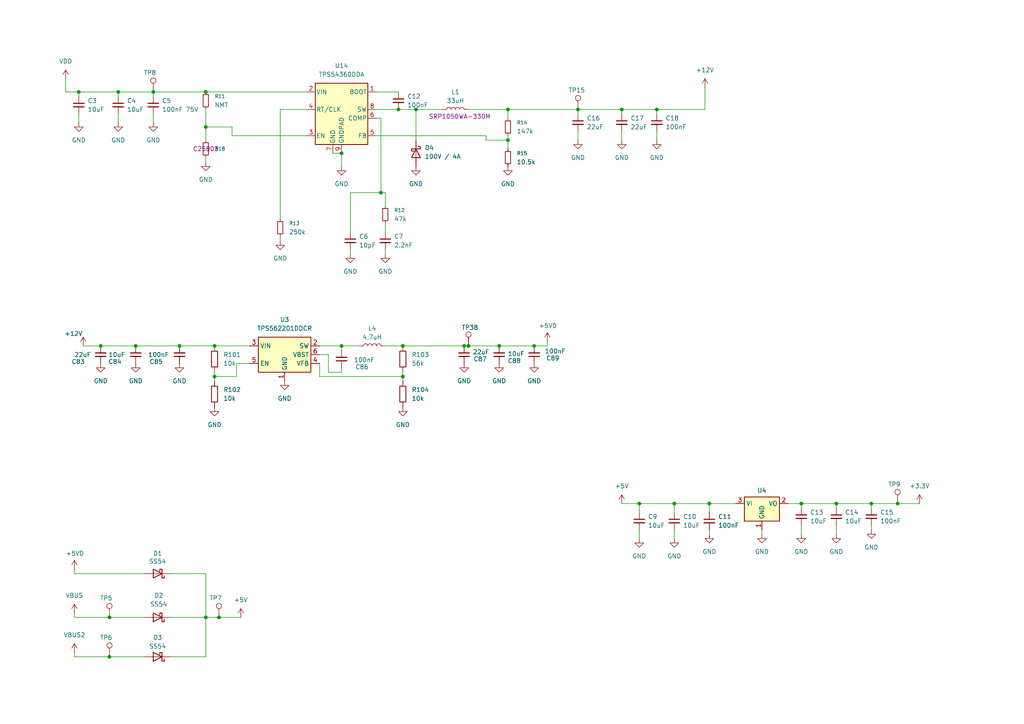
<source format=kicad_sch>
(kicad_sch (version 20250114) (generator "eeschema") (generator_version "9.0")
  (paper "A4")
  (lib_symbols
    (symbol "Connector:TestPoint" (pin_numbers (hide yes)) (pin_names (offset 0.762) (hide yes))
      (property "Reference" "TP" (at 0 6.858 0))
      (property "Value" "TestPoint" (at 0 5.08 0))
      (symbol "TestPoint_0_1"
        (circle (center 0 3.302) (radius 0.762))
      )
      (symbol "TestPoint_1_1"
        (pin passive line (at 0 0 90) (length 2.54) (name "1") (number "1"))
      )
    )
    (symbol "Device:C_Small" (pin_numbers (hide yes)) (pin_names (offset 0.254) (hide yes))
      (property "Reference" "C" (at 0.254 1.778 0))
      (property "Value" "C_Small" (at 0.254 -2.032 0))
      (symbol "C_Small_0_1"
        (polyline (pts (xy -1.524 0.508) (xy 1.524 0.508)) (stroke (width 0.3048)))
        (polyline (pts (xy -1.524 -0.508) (xy 1.524 -0.508)) (stroke (width 0.3302)))
      )
      (symbol "C_Small_1_1"
        (pin passive line (at 0 2.54 270) (length 2.032) (name "~") (number "1"))
        (pin passive line (at 0 -2.54 90) (length 2.032) (name "~") (number "2"))
      )
    )
    (symbol "Device:D_Schottky" (pin_numbers (hide yes)) (pin_names (offset 1.016) (hide yes))
      (property "Reference" "D" (at 0 2.54 0))
      (property "Value" "D_Schottky" (at 0 -2.54 0))
      (symbol "D_Schottky_0_1"
        (polyline (pts (xy -1.905 0.635) (xy -1.905 1.27) (xy -1.27 1.27) (xy -1.27 -1.27) (xy -0.635 -1.27) (xy -0.635 -0.635)) (stroke (width 0.254)))
        (polyline (pts (xy 1.27 1.27) (xy 1.27 -1.27) (xy -1.27 0) (xy 1.27 1.27)) (stroke (width 0.254)))
        (polyline (pts (xy 1.27 0) (xy -1.27 0)))
      )
      (symbol "D_Schottky_1_1"
        (pin passive line (at -3.81 0 0) (length 2.54) (name "K") (number "1"))
        (pin passive line (at 3.81 0 180) (length 2.54) (name "A") (number "2"))
      )
    )
    (symbol "Device:L" (pin_numbers (hide yes)) (pin_names (offset 1.016) (hide yes))
      (property "Reference" "L" (at -1.27 0 90))
      (property "Value" "L" (at 1.905 0 90))
      (symbol "L_0_1"
        (arc (start 0 2.54) (mid 0.6323 1.905) (end 0 1.27))
        (arc (start 0 1.27) (mid 0.6323 0.635) (end 0 0))
        (arc (start 0 0) (mid 0.6323 -0.635) (end 0 -1.27))
        (arc (start 0 -1.27) (mid 0.6323 -1.905) (end 0 -2.54))
      )
      (symbol "L_1_1"
        (pin passive line (at 0 3.81 270) (length 1.27) (name "1") (number "1"))
        (pin passive line (at 0 -3.81 90) (length 1.27) (name "2") (number "2"))
      )
    )
    (symbol "Device:R_Small" (pin_numbers (hide yes)) (pin_names (offset 0.254) (hide yes))
      (property "Reference" "R" (at 0 0 90))
      (property "Value" "R_Small" (at 1.778 0 90))
      (symbol "R_Small_0_1"
        (rectangle (start -0.762 1.778) (end 0.762 -1.778) (stroke (width 0.2032)))
      )
      (symbol "R_Small_1_1"
        (pin passive line (at 0 2.54 270) (length 0.762) (name "~") (number "1"))
        (pin passive line (at 0 -2.54 90) (length 0.762) (name "~") (number "2"))
      )
    )
    (symbol "Diode:SS24" (pin_numbers (hide yes)) (pin_names (offset 1.016) (hide yes))
      (property "Reference" "D" (at 0 2.54 0))
      (property "Value" "SS24" (at 0 -2.54 0))
      (symbol "SS24_0_1"
        (polyline (pts (xy -1.905 0.635) (xy -1.905 1.27) (xy -1.27 1.27) (xy -1.27 -1.27) (xy -0.635 -1.27) (xy -0.635 -0.635)) (stroke (width 0.254)))
        (polyline (pts (xy 1.27 1.27) (xy 1.27 -1.27) (xy -1.27 0) (xy 1.27 1.27)) (stroke (width 0.254)))
        (polyline (pts (xy 1.27 0) (xy -1.27 0)))
      )
      (symbol "SS24_1_1"
        (pin passive line (at -3.81 0 0) (length 2.54) (name "K") (number "1"))
        (pin passive line (at 3.81 0 180) (length 2.54) (name "A") (number "2"))
      )
    )
    (symbol "PCM_4ms_Power-symbol:+12V" (power) (pin_names (offset 0))
      (property "Value" "+12V" (at 0 3.556 0))
      (symbol "+12V_0_1"
        (polyline (pts (xy -0.762 1.27) (xy 0 2.54)))
        (polyline (pts (xy 0 2.54) (xy 0.762 1.27)))
        (polyline (pts (xy 0 0) (xy 0 2.54)))
      )
      (symbol "+12V_1_1"
        (pin power_in line (at 0 0 90) (length 0) (hide yes) (name "+12V") (number "1"))
      )
    )
    (symbol "PCM_SL_Resistors:Resistor"
      (property "Reference" "R" (at 0 5.08 0))
      (property "Value" "Resistor" (at 0 2.54 0))
      (symbol "Resistor_0_1"
        (rectangle (start -2.286 0.889) (end 2.286 -0.889) (stroke (width 0.24)))
      )
      (symbol "Resistor_1_1"
        (pin passive line (at -3.81 0 0) (length 1.5) (name "") (number "1"))
        (pin passive line (at 3.81 0 180) (length 1.5) (name "~") (number "2"))
      )
    )
    (symbol "Regulator_Linear:AMS1117-3.3"
      (property "Reference" "U" (at -3.81 3.175 0))
      (property "Value" "AMS1117-3.3" (at 0 3.175 0))
      (symbol "AMS1117-3.3_0_1"
        (rectangle (start -5.08 -5.08) (end 5.08 1.905) (stroke (width 0.254)) (fill (type background)))
      )
      (symbol "AMS1117-3.3_1_1"
        (pin power_in line (at -7.62 0 0) (length 2.54) (name "VI") (number "3"))
        (pin power_in line (at 0 -7.62 90) (length 2.54) (name "GND") (number "1"))
        (pin power_out line (at 7.62 0 180) (length 2.54) (name "VO") (number "2"))
      )
    )
    (symbol "Regulator_Switching:TPS54360DDA" (pin_names (offset 0.254))
      (property "Reference" "U" (at -7.62 11.43 0))
      (property "Value" "TPS54360DDA" (at -7.62 8.89 0))
      (symbol "TPS54360DDA_0_1"
        (rectangle (start -7.62 7.62) (end 7.62 -10.16) (stroke (width 0.254)) (fill (type background)))
      )
      (symbol "TPS54360DDA_1_1"
        (pin power_in line (at -10.16 5.08 0) (length 2.54) (name "VIN") (number "2"))
        (pin input line (at -10.16 0 0) (length 2.54) (name "RT/CLK") (number "4"))
        (pin input line (at -10.16 -7.62 0) (length 2.54) (name "EN") (number "3"))
        (pin power_in line (at -2.54 -12.7 90) (length 2.54) (name "GND") (number "7"))
        (pin power_in line (at 0 -12.7 90) (length 2.54) (name "GNDPAD") (number "9"))
        (pin input line (at 10.16 5.08 180) (length 2.54) (name "BOOT") (number "1"))
        (pin output line (at 10.16 0 180) (length 2.54) (name "SW") (number "8"))
        (pin passive line (at 10.16 -2.54 180) (length 2.54) (name "COMP") (number "6"))
        (pin input line (at 10.16 -7.62 180) (length 2.54) (name "FB") (number "5"))
      )
    )
    (symbol "Regulator_Switching:TPS562200"
      (property "Reference" "U" (at -7.62 6.35 0))
      (property "Value" "TPS562200" (at -2.54 6.35 0))
      (symbol "TPS562200_0_1"
        (rectangle (start -7.62 5.08) (end 7.62 -5.08) (stroke (width 0.254)) (fill (type background)))
      )
      (symbol "TPS562200_1_1"
        (pin power_in line (at -10.16 2.54 0) (length 2.54) (name "VIN") (number "3"))
        (pin input line (at -10.16 -2.54 0) (length 2.54) (name "EN") (number "5"))
        (pin power_in line (at 0 -7.62 90) (length 2.54) (name "GND") (number "1"))
        (pin output line (at 10.16 2.54 180) (length 2.54) (name "SW") (number "2"))
        (pin passive line (at 10.16 0 180) (length 2.54) (name "VBST") (number "6"))
        (pin input line (at 10.16 -2.54 180) (length 2.54) (name "VFB") (number "4"))
      )
    )
    (symbol "power:+12V" (power) (pin_numbers (hide yes)) (pin_names (offset 0) (hide yes))
      (property "Value" "+12V" (at 0 3.556 0))
      (symbol "+12V_0_1"
        (polyline (pts (xy -0.762 1.27) (xy 0 2.54)))
        (polyline (pts (xy 0 2.54) (xy 0.762 1.27)))
        (polyline (pts (xy 0 0) (xy 0 2.54)))
      )
      (symbol "+12V_1_1"
        (pin power_in line (at 0 0 90) (length 0) (name "~") (number "1"))
      )
    )
    (symbol "power:+3.3V" (power) (pin_numbers (hide yes)) (pin_names (offset 0) (hide yes))
      (property "Value" "+3.3V" (at 0 3.556 0))
      (symbol "+3.3V_0_1"
        (polyline (pts (xy -0.762 1.27) (xy 0 2.54)))
        (polyline (pts (xy 0 2.54) (xy 0.762 1.27)))
        (polyline (pts (xy 0 0) (xy 0 2.54)))
      )
      (symbol "+3.3V_1_1"
        (pin power_in line (at 0 0 90) (length 0) (name "~") (number "1"))
      )
    )
    (symbol "power:+5V" (power) (pin_numbers (hide yes)) (pin_names (offset 0) (hide yes))
      (property "Value" "+5V" (at 0 3.556 0))
      (symbol "+5V_0_1"
        (polyline (pts (xy -0.762 1.27) (xy 0 2.54)))
        (polyline (pts (xy 0 2.54) (xy 0.762 1.27)))
        (polyline (pts (xy 0 0) (xy 0 2.54)))
      )
      (symbol "+5V_1_1"
        (pin power_in line (at 0 0 90) (length 0) (name "~") (number "1"))
      )
    )
    (symbol "power:+5VD" (power) (pin_numbers (hide yes)) (pin_names (offset 0) (hide yes))
      (property "Value" "+5VD" (at 0 3.556 0))
      (symbol "+5VD_0_1"
        (polyline (pts (xy -0.762 1.27) (xy 0 2.54)))
        (polyline (pts (xy 0 2.54) (xy 0.762 1.27)))
        (polyline (pts (xy 0 0) (xy 0 2.54)))
      )
      (symbol "+5VD_1_1"
        (pin power_in line (at 0 0 90) (length 0) (name "~") (number "1"))
      )
    )
    (symbol "power:GND" (power) (pin_numbers (hide yes)) (pin_names (offset 0) (hide yes))
      (property "Value" "GND" (at 0 -3.81 0))
      (symbol "GND_0_1"
        (polyline (pts (xy 0 0) (xy 0 -1.27) (xy 1.27 -1.27) (xy 0 -2.54) (xy -1.27 -1.27) (xy 0 -1.27)))
      )
      (symbol "GND_1_1"
        (pin power_in line (at 0 0 270) (length 0) (name "~") (number "1"))
      )
    )
    (symbol "power:VBUS" (power) (pin_numbers (hide yes)) (pin_names (offset 0) (hide yes))
      (property "Value" "VBUS" (at 0 3.556 0))
      (symbol "VBUS_0_1"
        (polyline (pts (xy -0.762 1.27) (xy 0 2.54)))
        (polyline (pts (xy 0 2.54) (xy 0.762 1.27)))
        (polyline (pts (xy 0 0) (xy 0 2.54)))
      )
      (symbol "VBUS_1_1"
        (pin power_in line (at 0 0 90) (length 0) (name "~") (number "1"))
      )
    )
    (symbol "power:VDD" (power) (pin_numbers (hide yes)) (pin_names (offset 0) (hide yes))
      (property "Value" "VDD" (at 0 3.556 0))
      (symbol "VDD_0_1"
        (polyline (pts (xy -0.762 1.27) (xy 0 2.54)))
        (polyline (pts (xy 0 2.54) (xy 0.762 1.27)))
        (polyline (pts (xy 0 0) (xy 0 2.54)))
      )
      (symbol "VDD_1_1"
        (pin power_in line (at 0 0 90) (length 0) (name "~") (number "1"))
      )
    )
  )
  (junction (at 22.86 26.67))
  (junction (at 167.64 31.75))
  (junction (at 116.84 109.22))
  (junction (at 190.5 31.75))
  (junction (at 52.07 100.33))
  (junction (at 180.34 31.75))
  (junction (at 135.89 100.33))
  (junction (at 185.42 146.05))
  (junction (at 147.32 40.64))
  (junction (at 110.49 55.88))
  (junction (at 252.73 146.05))
  (junction (at 147.32 31.75))
  (junction (at 120.65 31.75))
  (junction (at 34.29 26.67))
  (junction (at 195.58 146.05))
  (junction (at 116.84 100.33))
  (junction (at 59.69 26.67))
  (junction (at 205.74 146.05))
  (junction (at 154.94 100.33))
  (junction (at 62.23 109.22))
  (junction (at 59.69 179.07))
  (junction (at 29.21 100.33))
  (junction (at 232.41 146.05))
  (junction (at 39.37 100.33))
  (junction (at 62.23 100.33))
  (junction (at 31.75 190.5))
  (junction (at 99.06 44.45))
  (junction (at 44.45 26.67))
  (junction (at 59.69 36.83))
  (junction (at 99.06 100.33))
  (junction (at 115.57 31.75))
  (junction (at 242.57 146.05))
  (junction (at 260.35 146.05))
  (junction (at 31.75 179.07))
  (junction (at 134.62 100.33))
  (junction (at 144.78 100.33))
  (junction (at 63.5 179.07))
  (wire (pts (xy 195.58 148.59) (xy 195.58 146.05)))
  (wire (pts (xy 29.21 100.33) (xy 39.37 100.33)))
  (wire (pts (xy 62.23 109.22) (xy 62.23 110.49)))
  (wire (pts (xy 59.69 166.37) (xy 59.69 179.07)))
  (wire (pts (xy 120.65 31.75) (xy 128.27 31.75)))
  (wire (pts (xy 242.57 154.94) (xy 242.57 152.4)))
  (wire (pts (xy 21.59 177.8) (xy 21.59 179.07)))
  (wire (pts (xy 52.07 100.33) (xy 62.23 100.33)))
  (wire (pts (xy 63.5 179.07) (xy 59.69 179.07)))
  (wire (pts (xy 147.32 39.37) (xy 147.32 40.64)))
  (wire (pts (xy 19.05 22.86) (xy 19.05 26.67)))
  (wire (pts (xy 59.69 45.72) (xy 59.69 46.99)))
  (wire (pts (xy 109.22 26.67) (xy 115.57 26.67)))
  (wire (pts (xy 204.47 25.4) (xy 204.47 31.75)))
  (wire (pts (xy 88.9 39.37) (xy 67.31 39.37)))
  (wire (pts (xy 62.23 100.33) (xy 72.39 100.33)))
  (wire (pts (xy 101.6 67.31) (xy 101.6 55.88)))
  (wire (pts (xy 81.28 68.58) (xy 81.28 69.85)))
  (wire (pts (xy 92.71 105.41) (xy 92.71 109.22)))
  (wire (pts (xy 104.14 100.33) (xy 99.06 100.33)))
  (wire (pts (xy 167.64 31.75) (xy 180.34 31.75)))
  (wire (pts (xy 81.28 31.75) (xy 81.28 63.5)))
  (wire (pts (xy 96.52 44.45) (xy 99.06 44.45)))
  (wire (pts (xy 44.45 35.56) (xy 44.45 33.02)))
  (wire (pts (xy 185.42 146.05) (xy 195.58 146.05)))
  (wire (pts (xy 140.97 40.64) (xy 147.32 40.64)))
  (wire (pts (xy 260.35 146.05) (xy 252.73 146.05)))
  (wire (pts (xy 180.34 40.64) (xy 180.34 38.1)))
  (wire (pts (xy 68.58 109.22) (xy 62.23 109.22)))
  (wire (pts (xy 220.98 154.94) (xy 220.98 153.67)))
  (wire (pts (xy 109.22 31.75) (xy 115.57 31.75)))
  (wire (pts (xy 109.22 39.37) (xy 140.97 39.37)))
  (wire (pts (xy 232.41 154.94) (xy 232.41 152.4)))
  (wire (pts (xy 116.84 107.95) (xy 116.84 109.22)))
  (wire (pts (xy 21.59 179.07) (xy 31.75 179.07)))
  (wire (pts (xy 39.37 100.33) (xy 52.07 100.33)))
  (wire (pts (xy 111.76 100.33) (xy 116.84 100.33)))
  (wire (pts (xy 252.73 147.32) (xy 252.73 146.05)))
  (wire (pts (xy 59.69 26.67) (xy 88.9 26.67)))
  (wire (pts (xy 120.65 40.64) (xy 120.65 31.75)))
  (wire (pts (xy 59.69 31.75) (xy 59.69 36.83)))
  (wire (pts (xy 195.58 146.05) (xy 205.74 146.05)))
  (wire (pts (xy 205.74 148.59) (xy 205.74 146.05)))
  (wire (pts (xy 67.31 36.83) (xy 59.69 36.83)))
  (wire (pts (xy 21.59 166.37) (xy 41.91 166.37)))
  (wire (pts (xy 111.76 67.31) (xy 111.76 64.77)))
  (wire (pts (xy 44.45 26.67) (xy 34.29 26.67)))
  (wire (pts (xy 252.73 153.67) (xy 252.73 152.4)))
  (wire (pts (xy 242.57 146.05) (xy 252.73 146.05)))
  (wire (pts (xy 185.42 148.59) (xy 185.42 146.05)))
  (wire (pts (xy 92.71 109.22) (xy 116.84 109.22)))
  (wire (pts (xy 92.71 102.87) (xy 95.25 102.87)))
  (wire (pts (xy 158.75 99.06) (xy 158.75 100.33)))
  (wire (pts (xy 147.32 31.75) (xy 167.64 31.75)))
  (wire (pts (xy 59.69 166.37) (xy 49.53 166.37)))
  (wire (pts (xy 22.86 26.67) (xy 19.05 26.67)))
  (wire (pts (xy 31.75 190.5) (xy 21.59 190.5)))
  (wire (pts (xy 72.39 105.41) (xy 68.58 105.41)))
  (wire (pts (xy 190.5 40.64) (xy 190.5 38.1)))
  (wire (pts (xy 59.69 179.07) (xy 49.53 179.07)))
  (wire (pts (xy 190.5 31.75) (xy 204.47 31.75)))
  (wire (pts (xy 68.58 105.41) (xy 68.58 109.22)))
  (wire (pts (xy 111.76 55.88) (xy 111.76 59.69)))
  (wire (pts (xy 99.06 100.33) (xy 99.06 101.6)))
  (wire (pts (xy 180.34 146.05) (xy 185.42 146.05)))
  (wire (pts (xy 144.78 100.33) (xy 154.94 100.33)))
  (wire (pts (xy 59.69 36.83) (xy 59.69 40.64)))
  (wire (pts (xy 81.28 31.75) (xy 88.9 31.75)))
  (wire (pts (xy 95.25 107.95) (xy 99.06 107.95)))
  (wire (pts (xy 135.89 100.33) (xy 144.78 100.33)))
  (wire (pts (xy 49.53 190.5) (xy 59.69 190.5)))
  (wire (pts (xy 31.75 179.07) (xy 41.91 179.07)))
  (wire (pts (xy 99.06 107.95) (xy 99.06 106.68)))
  (wire (pts (xy 109.22 34.29) (xy 110.49 34.29)))
  (wire (pts (xy 242.57 147.32) (xy 242.57 146.05)))
  (wire (pts (xy 99.06 100.33) (xy 92.71 100.33)))
  (wire (pts (xy 195.58 156.21) (xy 195.58 153.67)))
  (wire (pts (xy 180.34 31.75) (xy 190.5 31.75)))
  (wire (pts (xy 134.62 100.33) (xy 135.89 100.33)))
  (wire (pts (xy 232.41 147.32) (xy 232.41 146.05)))
  (wire (pts (xy 180.34 33.02) (xy 180.34 31.75)))
  (wire (pts (xy 99.06 44.45) (xy 99.06 48.26)))
  (wire (pts (xy 69.85 179.07) (xy 63.5 179.07)))
  (wire (pts (xy 205.74 146.05) (xy 213.36 146.05)))
  (wire (pts (xy 147.32 31.75) (xy 147.32 34.29)))
  (wire (pts (xy 110.49 55.88) (xy 111.76 55.88)))
  (wire (pts (xy 147.32 40.64) (xy 147.32 43.18)))
  (wire (pts (xy 167.64 40.64) (xy 167.64 38.1)))
  (wire (pts (xy 95.25 102.87) (xy 95.25 107.95)))
  (wire (pts (xy 154.94 100.33) (xy 158.75 100.33)))
  (wire (pts (xy 34.29 35.56) (xy 34.29 33.02)))
  (wire (pts (xy 232.41 146.05) (xy 242.57 146.05)))
  (wire (pts (xy 22.86 27.94) (xy 22.86 26.67)))
  (wire (pts (xy 185.42 156.21) (xy 185.42 153.67)))
  (wire (pts (xy 167.64 33.02) (xy 167.64 31.75)))
  (wire (pts (xy 24.13 100.33) (xy 29.21 100.33)))
  (wire (pts (xy 205.74 154.94) (xy 205.74 153.67)))
  (wire (pts (xy 41.91 190.5) (xy 31.75 190.5)))
  (wire (pts (xy 115.57 31.75) (xy 120.65 31.75)))
  (wire (pts (xy 116.84 109.22) (xy 116.84 110.49)))
  (wire (pts (xy 44.45 27.94) (xy 44.45 26.67)))
  (wire (pts (xy 34.29 27.94) (xy 34.29 26.67)))
  (wire (pts (xy 116.84 100.33) (xy 134.62 100.33)))
  (wire (pts (xy 21.59 190.5) (xy 21.59 189.23)))
  (wire (pts (xy 22.86 26.67) (xy 34.29 26.67)))
  (wire (pts (xy 22.86 35.56) (xy 22.86 33.02)))
  (wire (pts (xy 67.31 39.37) (xy 67.31 36.83)))
  (wire (pts (xy 101.6 73.66) (xy 101.6 72.39)))
  (wire (pts (xy 101.6 55.88) (xy 110.49 55.88)))
  (wire (pts (xy 266.7 146.05) (xy 260.35 146.05)))
  (wire (pts (xy 44.45 26.67) (xy 59.69 26.67)))
  (wire (pts (xy 135.89 31.75) (xy 147.32 31.75)))
  (wire (pts (xy 110.49 34.29) (xy 110.49 55.88)))
  (wire (pts (xy 62.23 107.95) (xy 62.23 109.22)))
  (wire (pts (xy 21.59 165.1) (xy 21.59 166.37)))
  (wire (pts (xy 232.41 146.05) (xy 228.6 146.05)))
  (wire (pts (xy 111.76 73.66) (xy 111.76 72.39)))
  (wire (pts (xy 59.69 190.5) (xy 59.69 179.07)))
  (wire (pts (xy 190.5 31.75) (xy 190.5 33.02)))
  (wire (pts (xy 140.97 39.37) (xy 140.97 40.64)))
  (symbol (lib_id "Device:C_Small") (at 101.6 69.85 0) (unit 1)
    (property "Reference" "C6" (at 104.14 68.5862 0) (effects (justify left)))
    (property "Value" "10pF" (at 104.14 71.1262 0) (effects (justify left)))
    (property "Footprint" "Capacitor_SMD:C_0603_1608Metric" (effects (hide yes)))
    (property "Description" "Unpolarized capacitor, small symbol" (effects (hide yes)))
    (property "LCSC" "C1634" (effects (hide yes)))
  )
  (symbol (lib_id "Device:C_Small") (at 185.42 151.13 0) (unit 1)
    (property "Reference" "C9" (at 187.96 149.8662 0) (effects (justify left)))
    (property "Value" "10uF" (at 187.96 152.4062 0) (effects (justify left)))
    (property "Footprint" "Capacitor_SMD:C_0603_1608Metric" (effects (hide yes)))
    (property "Description" "Unpolarized capacitor, small symbol" (effects (hide yes)))
    (property "LCSC" "C96446" (effects (hide yes)))
  )
  (symbol (lib_id "power:GND") (at 111.76 73.66 0) (unit 1)
    (property "Reference" "#PWR038" (effects (hide yes)))
    (property "Value" "GND" (at 111.76 78.74 0))
    (property "Description" "Power symbol creates a global label with name \"GND\" , ground" (effects (hide yes)))
  )
  (symbol (lib_id "power:GND") (at 52.07 105.41 0) (unit 1)
    (property "Reference" "#PWR0186" (effects (hide yes)))
    (property "Value" "GND" (at 52.07 110.49 0))
    (property "Description" "Power symbol creates a global label with name \"GND\" , ground" (effects (hide yes)))
  )
  (symbol (lib_id "Diode:SS24") (at 45.72 166.37 180) (unit 1)
    (property "Reference" "D1" (at 45.72 160.528 0))
    (property "Value" "SS54" (at 45.72 162.814 0))
    (property "Footprint" "Diode_SMD:D_SMA" (effects (hide yes)))
    (property "Datasheet" "https://www.vishay.com/docs/88748/ss22.pdf" (effects (hide yes)))
    (property "Description" "40V 2A Schottky Diode, SMA" (effects (hide yes)))
    (property "LCSC" "C22452" (effects (hide yes)))
  )
  (symbol (lib_id "power:GND") (at 120.65 48.26 0) (unit 1)
    (property "Reference" "#PWR046" (effects (hide yes)))
    (property "Value" "GND" (at 120.65 53.34 0))
    (property "Description" "Power symbol creates a global label with name \"GND\" , ground" (effects (hide yes)))
  )
  (symbol (lib_id "power:+5VD") (at 158.75 99.06 0) (unit 1)
    (property "Reference" "#PWR056" (effects (hide yes)))
    (property "Value" "+5VD" (at 156.21 94.488 0) (effects (justify left)))
    (property "Description" "Power symbol creates a global label with name \"+5VD\"" (effects (hide yes)))
  )
  (symbol (lib_id "Regulator_Switching:TPS54360DDA") (at 99.06 31.75 0) (unit 1) (in_bom no)
    (property "Reference" "U14" (at 99.06 19.05 0))
    (property "Value" "TPS54360DDA" (at 99.06 21.59 0))
    (property "Footprint" "Package_SO:TI_SO-PowerPAD-8_ThermalVias" (effects (hide yes)))
    (property "Datasheet" "http://www.ti.com/lit/ds/symlink/tps54360.pdf" (effects (hide yes)))
    (property "Description" "3.5A, Step Down DC-DC Converter with Eco-mode, 4.5-60V Input Voltage, PowerSO-8" (effects (hide yes)))
  )
  (symbol (lib_id "Device:R_Small") (at 147.32 45.72 0) (unit 1) (in_bom no)
    (property "Reference" "R15" (at 149.86 44.4499 0) (effects (font (size 1.016 1.016)) (justify left)))
    (property "Value" "10.5k" (at 149.86 46.9899 0) (effects (justify left)))
    (property "Footprint" "Resistor_SMD:R_0603_1608Metric" (effects (hide yes)))
    (property "Description" "Resistor, small symbol" (effects (hide yes)))
  )
  (symbol (lib_id "power:+5VD") (at 21.59 165.1 0) (unit 1)
    (property "Reference" "#PWR028" (effects (hide yes)))
    (property "Value" "+5VD" (at 19.05 160.528 0) (effects (justify left)))
    (property "Description" "Power symbol creates a global label with name \"+5VD\"" (effects (hide yes)))
  )
  (symbol (lib_id "power:GND") (at 134.62 105.41 0) (unit 1)
    (property "Reference" "#PWR0190" (effects (hide yes)))
    (property "Value" "GND" (at 134.62 110.49 0))
    (property "Description" "Power symbol creates a global label with name \"GND\" , ground" (effects (hide yes)))
  )
  (symbol (lib_id "power:+12V") (at 204.47 25.4 0) (unit 1)
    (property "Reference" "#PWR039" (effects (hide yes)))
    (property "Value" "+12V" (at 204.47 20.32 0))
    (property "Description" "Power symbol creates a global label with name \"+12V\"" (effects (hide yes)))
  )
  (symbol (lib_id "power:GND") (at 34.29 35.56 0) (unit 1)
    (property "Reference" "#PWR033" (effects (hide yes)))
    (property "Value" "GND" (at 34.29 40.64 0))
    (property "Description" "Power symbol creates a global label with name \"GND\" , ground" (effects (hide yes)))
  )
  (symbol (lib_id "Device:R_Small") (at 81.28 66.04 0) (unit 1) (in_bom no)
    (property "Reference" "R13" (at 83.82 64.7699 0) (effects (font (size 1.016 1.016)) (justify left)))
    (property "Value" "250k" (at 83.82 67.3099 0) (effects (justify left)))
    (property "Footprint" "Resistor_SMD:R_0603_1608Metric" (effects (hide yes)))
    (property "Description" "Resistor, small symbol" (effects (hide yes)))
  )
  (symbol (lib_id "Connector:TestPoint") (at 135.89 100.33 0) (unit 1) (in_bom no)
    (property "Reference" "TP38" (at 133.858 94.996 0) (effects (justify left)))
    (property "Value" "TestPoint" (effects (hide yes)))
    (property "Footprint" "TestPoint:TestPoint_Pad_D2.0mm" (effects (hide yes)))
    (property "Description" "test point" (effects (hide yes)))
  )
  (symbol (lib_id "power:GND") (at 81.28 69.85 0) (unit 1)
    (property "Reference" "#PWR041" (effects (hide yes)))
    (property "Value" "GND" (at 81.28 74.93 0))
    (property "Description" "Power symbol creates a global label with name \"GND\" , ground" (effects (hide yes)))
  )
  (symbol (lib_id "Device:C_Small") (at 205.74 151.13 0) (unit 1)
    (property "Reference" "C11" (at 208.28 149.8662 0) (effects (justify left)))
    (property "Value" "100nF" (at 208.28 152.4062 0) (effects (justify left)))
    (property "Footprint" "Capacitor_SMD:C_0603_1608Metric" (effects (hide yes)))
    (property "Description" "Unpolarized capacitor, small symbol" (effects (hide yes)))
    (property "LCSC" "C14663" (effects (hide yes)))
  )
  (symbol (lib_id "Device:R_Small") (at 59.69 43.18 0) (unit 1)
    (property "Reference" "R18" (at 62.23 43.1799 0) (effects (font (size 1.016 1.016)) (justify left)))
    (property "Value" "100k" (effects (hide yes)))
    (property "Footprint" "Resistor_SMD:R_0603_1608Metric" (effects (hide yes)))
    (property "Description" "Resistor, small symbol" (effects (hide yes)))
    (property "LCSC" "C25803" (at 59.69 43.18 0))
  )
  (symbol (lib_id "power:GND") (at 252.73 153.67 0) (unit 1)
    (property "Reference" "#PWR051" (effects (hide yes)))
    (property "Value" "GND" (at 252.73 158.75 0))
    (property "Description" "Power symbol creates a global label with name \"GND\" , ground" (effects (hide yes)))
  )
  (symbol (lib_id "PCM_SL_Resistors:Resistor") (at 116.84 114.3 90) (unit 1)
    (property "Reference" "R104" (at 119.38 113.0299 90) (effects (justify right)))
    (property "Value" "10k" (at 119.38 115.5699 90) (effects (justify right)))
    (property "Footprint" "Resistor_SMD:R_0603_1608Metric" (effects (hide yes)))
    (property "Description" "1/4W Resistor" (effects (hide yes)))
    (property "LCSC" "C25804" (effects (hide yes)))
  )
  (symbol (lib_id "Device:C_Small") (at 52.07 102.87 180) (unit 1)
    (property "Reference" "C85" (at 47.244 104.902 0) (effects (justify left)))
    (property "Value" "100nF" (at 49.022 102.87 0) (effects (justify left)))
    (property "Footprint" "Capacitor_SMD:C_0603_1608Metric" (effects (hide yes)))
    (property "Description" "Unpolarized capacitor, small symbol" (effects (hide yes)))
    (property "LCSC" "C14663" (effects (hide yes)))
  )
  (symbol (lib_id "Regulator_Linear:AMS1117-3.3") (at 220.98 146.05 0) (unit 1)
    (property "Reference" "U4" (at 220.98 142.24 0))
    (property "Value" "AMS1117-3.3" (effects (hide yes)))
    (property "Footprint" "Package_TO_SOT_SMD:SOT-223-3_TabPin2" (effects (hide yes)))
    (property "Datasheet" "http://www.advanced-monolithic.com/pdf/ds1117.pdf" (effects (hide yes)))
    (property "Description" "1A Low Dropout regulator, positive, 3.3V fixed output, SOT-223" (effects (hide yes)))
    (property "LCSC" "C6186" (effects (hide yes)))
  )
  (symbol (lib_id "Device:C_Small") (at 115.57 29.21 0) (unit 1)
    (property "Reference" "C12" (at 118.11 27.9462 0) (effects (justify left)))
    (property "Value" "100nF" (at 118.11 30.4862 0) (effects (justify left)))
    (property "Footprint" "Capacitor_SMD:C_0603_1608Metric" (effects (hide yes)))
    (property "Description" "Unpolarized capacitor, small symbol" (effects (hide yes)))
    (property "LCSC" "C14663" (effects (hide yes)))
  )
  (symbol (lib_id "power:VDD") (at 19.05 22.86 0) (unit 1)
    (property "Reference" "#PWR031" (effects (hide yes)))
    (property "Value" "VDD" (at 19.05 17.78 0))
    (property "Description" "Power symbol creates a global label with name \"VDD\"" (effects (hide yes)))
  )
  (symbol (lib_id "PCM_SL_Resistors:Resistor") (at 62.23 114.3 90) (unit 1)
    (property "Reference" "R102" (at 64.77 113.0299 90) (effects (justify right)))
    (property "Value" "10k" (at 64.77 115.5699 90) (effects (justify right)))
    (property "Footprint" "Resistor_SMD:R_0603_1608Metric" (effects (hide yes)))
    (property "Description" "1/4W Resistor" (effects (hide yes)))
    (property "LCSC" "C25804" (effects (hide yes)))
  )
  (symbol (lib_id "Device:R_Small") (at 147.32 36.83 0) (unit 1) (in_bom no)
    (property "Reference" "R14" (at 149.86 35.5599 0) (effects (font (size 1.016 1.016)) (justify left)))
    (property "Value" "147k" (at 149.86 38.0999 0) (effects (justify left)))
    (property "Footprint" "Resistor_SMD:R_0603_1608Metric" (effects (hide yes)))
    (property "Description" "Resistor, small symbol" (effects (hide yes)))
  )
  (symbol (lib_id "power:GND") (at 220.98 154.94 0) (unit 1)
    (property "Reference" "#PWR047" (effects (hide yes)))
    (property "Value" "GND" (at 220.98 160.02 0))
    (property "Description" "Power symbol creates a global label with name \"GND\" , ground" (effects (hide yes)))
  )
  (symbol (lib_id "Connector:TestPoint") (at 63.5 179.07 0) (unit 1) (in_bom no)
    (property "Reference" "TP7" (at 60.706 173.482 0) (effects (justify left)))
    (property "Value" "TestPoint" (effects (hide yes)))
    (property "Footprint" "TestPoint:TestPoint_Pad_D2.0mm" (effects (hide yes)))
    (property "Description" "test point" (effects (hide yes)))
  )
  (symbol (lib_id "Connector:TestPoint") (at 167.64 31.75 0) (unit 1) (in_bom no)
    (property "Reference" "TP15" (at 164.846 26.162 0) (effects (justify left)))
    (property "Value" "TestPoint" (effects (hide yes)))
    (property "Footprint" "TestPoint:TestPoint_Pad_D2.0mm" (effects (hide yes)))
    (property "Description" "test point" (effects (hide yes)))
  )
  (symbol (lib_id "power:GND") (at 44.45 35.56 0) (unit 1)
    (property "Reference" "#PWR034" (effects (hide yes)))
    (property "Value" "GND" (at 44.45 40.64 0))
    (property "Description" "Power symbol creates a global label with name \"GND\" , ground" (effects (hide yes)))
  )
  (symbol (lib_id "Device:C_Small") (at 144.78 102.87 180) (unit 1)
    (property "Reference" "C88" (at 151.13 104.648 0) (effects (justify left)))
    (property "Value" "10uF" (at 152.146 102.616 0) (effects (justify left)))
    (property "Footprint" "Capacitor_SMD:C_0603_1608Metric" (effects (hide yes)))
    (property "Description" "Unpolarized capacitor, small symbol" (effects (hide yes)))
    (property "LCSC" "C96446" (effects (hide yes)))
  )
  (symbol (lib_id "Device:C_Small") (at 232.41 149.86 0) (unit 1)
    (property "Reference" "C13" (at 234.95 148.5962 0) (effects (justify left)))
    (property "Value" "10uF" (at 234.95 151.1362 0) (effects (justify left)))
    (property "Footprint" "Capacitor_SMD:C_0603_1608Metric" (effects (hide yes)))
    (property "Description" "Unpolarized capacitor, small symbol" (effects (hide yes)))
    (property "LCSC" "C96446" (effects (hide yes)))
  )
  (symbol (lib_id "Device:C_Small") (at 34.29 30.48 0) (unit 1)
    (property "Reference" "C4" (at 36.83 29.2162 0) (effects (justify left)))
    (property "Value" "10uF" (at 36.83 31.7562 0) (effects (justify left)))
    (property "Footprint" "Capacitor_SMD:C_1210_3225Metric" (effects (hide yes)))
    (property "Description" "Unpolarized capacitor, small symbol" (effects (hide yes)))
  )
  (symbol (lib_id "Regulator_Switching:TPS562200") (at 82.55 102.87 0) (unit 1) (in_bom no)
    (property "Reference" "U3" (at 82.55 92.71 0))
    (property "Value" "TPS562201DDCR" (at 82.55 95.25 0))
    (property "Footprint" "Package_TO_SOT_SMD:SOT-23-6_Handsoldering" (effects (hide yes)))
    (property "Datasheet" "http://www.ti.com/lit/ds/symlink/tps563200.pdf" (effects (hide yes)))
    (property "Description" "2A Synchronous Step-Down Voltage Regulator, Adjustable Output Voltage, 4.5-17V Input Voltage, SOT-23-6" (effects (hide yes)))
  )
  (symbol (lib_id "PCM_4ms_Power-symbol:+12V") (at 24.13 100.33 0) (unit 1)
    (property "Reference" "#PWR0183" (effects (hide yes)))
    (property "Value" "+12V" (at 21.336 96.774 0))
  )
  (symbol (lib_id "Device:C_Small") (at 190.5 35.56 0) (unit 1)
    (property "Reference" "C18" (at 193.04 34.2962 0) (effects (justify left)))
    (property "Value" "100nF" (at 193.04 36.8362 0) (effects (justify left)))
    (property "Footprint" "Capacitor_SMD:C_0603_1608Metric" (effects (hide yes)))
    (property "Description" "Unpolarized capacitor, small symbol" (effects (hide yes)))
    (property "LCSC" "C14663" (effects (hide yes)))
  )
  (symbol (lib_id "power:GND") (at 154.94 105.41 0) (unit 1)
    (property "Reference" "#PWR0192" (effects (hide yes)))
    (property "Value" "GND" (at 154.94 110.49 0))
    (property "Description" "Power symbol creates a global label with name \"GND\" , ground" (effects (hide yes)))
  )
  (symbol (lib_id "Device:C_Small") (at 111.76 69.85 0) (unit 1)
    (property "Reference" "C7" (at 114.3 68.5862 0) (effects (justify left)))
    (property "Value" "2.2nF" (at 114.3 71.1262 0) (effects (justify left)))
    (property "Footprint" "Capacitor_SMD:C_0805_2012Metric" (effects (hide yes)))
    (property "Description" "Unpolarized capacitor, small symbol" (effects (hide yes)))
    (property "LCSC" "C28260" (effects (hide yes)))
  )
  (symbol (lib_id "Diode:SS24") (at 45.72 179.07 180) (unit 1)
    (property "Reference" "D2" (at 46.0375 172.72 0))
    (property "Value" "SS54" (at 46.0375 175.26 0))
    (property "Footprint" "Diode_SMD:D_SMA" (effects (hide yes)))
    (property "Datasheet" "https://www.vishay.com/docs/88748/ss22.pdf" (effects (hide yes)))
    (property "Description" "40V 2A Schottky Diode, SMA" (effects (hide yes)))
    (property "LCSC" "C22452" (effects (hide yes)))
  )
  (symbol (lib_id "power:VBUS") (at 21.59 189.23 0) (unit 1)
    (property "Reference" "#PWR030" (effects (hide yes)))
    (property "Value" "VBUS2" (at 21.59 184.15 0))
    (property "Description" "Power symbol creates a global label with name \"VBUS\"" (effects (hide yes)))
  )
  (symbol (lib_id "power:GND") (at 144.78 105.41 0) (unit 1)
    (property "Reference" "#PWR0191" (effects (hide yes)))
    (property "Value" "GND" (at 144.78 110.49 0))
    (property "Description" "Power symbol creates a global label with name \"GND\" , ground" (effects (hide yes)))
  )
  (symbol (lib_id "Device:R_Small") (at 111.76 62.23 0) (unit 1)
    (property "Reference" "R12" (at 114.3 60.9599 0) (effects (font (size 1.016 1.016)) (justify left)))
    (property "Value" "47k" (at 114.3 63.4999 0) (effects (justify left)))
    (property "Footprint" "Resistor_SMD:R_0603_1608Metric" (effects (hide yes)))
    (property "Description" "Resistor, small symbol" (effects (hide yes)))
    (property "LCSC" "C25819" (effects (hide yes)))
  )
  (symbol (lib_id "Connector:TestPoint") (at 31.75 179.07 0) (unit 1) (in_bom no)
    (property "Reference" "TP5" (at 28.956 173.482 0) (effects (justify left)))
    (property "Value" "TestPoint" (effects (hide yes)))
    (property "Footprint" "TestPoint:TestPoint_Pad_D2.0mm" (effects (hide yes)))
    (property "Description" "test point" (effects (hide yes)))
  )
  (symbol (lib_id "power:GND") (at 147.32 48.26 0) (unit 1)
    (property "Reference" "#PWR050" (effects (hide yes)))
    (property "Value" "GND" (at 147.32 53.34 0))
    (property "Description" "Power symbol creates a global label with name \"GND\" , ground" (effects (hide yes)))
  )
  (symbol (lib_id "PCM_SL_Resistors:Resistor") (at 116.84 104.14 90) (unit 1)
    (property "Reference" "R103" (at 119.38 102.8699 90) (effects (justify right)))
    (property "Value" "56k" (at 119.38 105.4099 90) (effects (justify right)))
    (property "Footprint" "Resistor_SMD:R_0603_1608Metric" (effects (hide yes)))
    (property "Description" "1/4W Resistor" (effects (hide yes)))
    (property "LCSC" "C23206" (effects (hide yes)))
  )
  (symbol (lib_id "Connector:TestPoint") (at 44.45 26.67 0) (unit 1) (in_bom no)
    (property "Reference" "TP8" (at 41.656 21.082 0) (effects (justify left)))
    (property "Value" "TestPoint" (effects (hide yes)))
    (property "Footprint" "TestPoint:TestPoint_Pad_D2.0mm" (effects (hide yes)))
    (property "Description" "test point" (effects (hide yes)))
  )
  (symbol (lib_id "Diode:SS24") (at 45.72 190.5 180) (unit 1)
    (property "Reference" "D3" (at 45.72 184.912 0))
    (property "Value" "SS54" (at 45.72 187.452 0))
    (property "Footprint" "Diode_SMD:D_SMA" (effects (hide yes)))
    (property "Datasheet" "https://www.vishay.com/docs/88748/ss22.pdf" (effects (hide yes)))
    (property "Description" "40V 2A Schottky Diode, SMA" (effects (hide yes)))
    (property "LCSC" "C22452" (effects (hide yes)))
  )
  (symbol (lib_id "power:+5V") (at 180.34 146.05 0) (unit 1)
    (property "Reference" "#PWR040" (effects (hide yes)))
    (property "Value" "+5V" (at 180.34 140.97 0))
    (property "Description" "Power symbol creates a global label with name \"+5V\"" (effects (hide yes)))
  )
  (symbol (lib_id "power:GND") (at 62.23 118.11 0) (unit 1)
    (property "Reference" "#PWR0187" (effects (hide yes)))
    (property "Value" "GND" (at 62.23 123.19 0))
    (property "Description" "Power symbol creates a global label with name \"GND\" , ground" (effects (hide yes)))
  )
  (symbol (lib_id "Device:L") (at 132.08 31.75 90) (unit 1) (in_bom no)
    (property "Reference" "L1" (at 132.08 26.67 90))
    (property "Value" "33uH" (at 132.08 29.21 90))
    (property "Footprint" "Inductor_SMD:L_Bourns_SRP1050WA" (effects (hide yes)))
    (property "Description" "SRP1050WA-330M" (at 133.35 33.782 90))
  )
  (symbol (lib_id "Device:C_Small") (at 29.21 102.87 180) (unit 1)
    (property "Reference" "C83" (at 24.638 104.902 0) (effects (justify left)))
    (property "Value" "22uF" (at 26.416 102.87 0) (effects (justify left)))
    (property "Footprint" "Capacitor_SMD:C_0805_2012Metric" (effects (hide yes)))
    (property "Description" "Unpolarized capacitor, small symbol" (effects (hide yes)))
    (property "LCSC" "C45783" (effects (hide yes)))
  )
  (symbol (lib_id "Device:C_Small") (at 180.34 35.56 0) (unit 1)
    (property "Reference" "C17" (at 182.88 34.2962 0) (effects (justify left)))
    (property "Value" "22uF" (at 182.88 36.8362 0) (effects (justify left)))
    (property "Footprint" "Capacitor_SMD:C_0805_2012Metric" (effects (hide yes)))
    (property "Description" "Unpolarized capacitor, small symbol" (effects (hide yes)))
    (property "LCSC" "C45783" (effects (hide yes)))
  )
  (symbol (lib_id "Device:C_Small") (at 44.45 30.48 0) (unit 1)
    (property "Reference" "C5" (at 46.99 29.2162 0) (effects (justify left)))
    (property "Value" "100nF 75V" (at 46.99 31.7562 0) (effects (justify left)))
    (property "Footprint" "Capacitor_SMD:C_0805_2012Metric" (effects (hide yes)))
    (property "Description" "Unpolarized capacitor, small symbol" (effects (hide yes)))
  )
  (symbol (lib_id "power:GND") (at 195.58 156.21 0) (unit 1)
    (property "Reference" "#PWR043" (effects (hide yes)))
    (property "Value" "GND" (at 195.58 161.29 0))
    (property "Description" "Power symbol creates a global label with name \"GND\" , ground" (effects (hide yes)))
  )
  (symbol (lib_id "power:GND") (at 101.6 73.66 0) (unit 1)
    (property "Reference" "#PWR036" (effects (hide yes)))
    (property "Value" "GND" (at 101.6 78.74 0))
    (property "Description" "Power symbol creates a global label with name \"GND\" , ground" (effects (hide yes)))
  )
  (symbol (lib_id "Device:R_Small") (at 59.69 29.21 0) (unit 1) (in_bom no)
    (property "Reference" "R11" (at 62.23 27.9399 0) (effects (font (size 1.016 1.016)) (justify left)))
    (property "Value" "NMT" (at 62.23 30.4799 0) (effects (justify left)))
    (property "Footprint" "Resistor_SMD:R_0603_1608Metric" (effects (hide yes)))
    (property "Description" "Resistor, small symbol" (effects (hide yes)))
  )
  (symbol (lib_id "Device:C_Small") (at 99.06 104.14 180) (unit 1)
    (property "Reference" "C86" (at 106.934 106.426 0) (effects (justify left)))
    (property "Value" "100nF" (at 108.712 104.394 0) (effects (justify left)))
    (property "Footprint" "Capacitor_SMD:C_0603_1608Metric" (effects (hide yes)))
    (property "Description" "Unpolarized capacitor, small symbol" (effects (hide yes)))
    (property "LCSC" "C14663" (effects (hide yes)))
  )
  (symbol (lib_id "power:GND") (at 82.55 110.49 0) (unit 1)
    (property "Reference" "#PWR0188" (effects (hide yes)))
    (property "Value" "GND" (at 82.55 115.57 0))
    (property "Description" "Power symbol creates a global label with name \"GND\" , ground" (effects (hide yes)))
  )
  (symbol (lib_id "power:GND") (at 180.34 40.64 0) (unit 1)
    (property "Reference" "#PWR054" (effects (hide yes)))
    (property "Value" "GND" (at 180.34 45.72 0))
    (property "Description" "Power symbol creates a global label with name \"GND\" , ground" (effects (hide yes)))
  )
  (symbol (lib_id "PCM_SL_Resistors:Resistor") (at 62.23 104.14 90) (unit 1)
    (property "Reference" "R101" (at 64.77 102.8699 90) (effects (justify right)))
    (property "Value" "10k" (at 64.77 105.4099 90) (effects (justify right)))
    (property "Footprint" "Resistor_SMD:R_0603_1608Metric" (effects (hide yes)))
    (property "Description" "1/4W Resistor" (effects (hide yes)))
    (property "LCSC" "C25804" (effects (hide yes)))
  )
  (symbol (lib_id "power:+3.3V") (at 266.7 146.05 0) (unit 1)
    (property "Reference" "#PWR052" (effects (hide yes)))
    (property "Value" "+3.3V" (at 266.7 140.97 0))
    (property "Description" "Power symbol creates a global label with name \"+3.3V\"" (effects (hide yes)))
  )
  (symbol (lib_id "power:GND") (at 59.69 46.99 0) (unit 1)
    (property "Reference" "#PWR037" (effects (hide yes)))
    (property "Value" "GND" (at 59.69 52.07 0))
    (property "Description" "Power symbol creates a global label with name \"GND\" , ground" (effects (hide yes)))
  )
  (symbol (lib_id "power:GND") (at 242.57 154.94 0) (unit 1)
    (property "Reference" "#PWR049" (effects (hide yes)))
    (property "Value" "GND" (at 242.57 160.02 0))
    (property "Description" "Power symbol creates a global label with name \"GND\" , ground" (effects (hide yes)))
  )
  (symbol (lib_id "Device:L") (at 107.95 100.33 90) (unit 1) (in_bom no)
    (property "Reference" "L4" (at 107.95 95.25 90))
    (property "Value" "4,7uH" (at 107.95 97.79 90))
    (property "Footprint" "bldc_driver_footprint:INDPM5452X300N" (effects (hide yes)))
    (property "Datasheet" "https://www.mouser.pl/ProductDetail/KYOCERA-AVX/LMLP0506M4R7DTAS?qs=BgMWa3ErCfxdzL87pSOUcQ%3D%3D" (effects (hide yes)))
    (property "Description" "5A sat" (effects (hide yes)))
    (property "LCSC" "LMLP0506M4R7DTAS" (effects (hide yes)))
  )
  (symbol (lib_id "power:GND") (at 205.74 154.94 0) (unit 1)
    (property "Reference" "#PWR045" (effects (hide yes)))
    (property "Value" "GND" (at 205.74 160.02 0))
    (property "Description" "Power symbol creates a global label with name \"GND\" , ground" (effects (hide yes)))
  )
  (symbol (lib_id "power:GND") (at 99.06 48.26 0) (unit 1)
    (property "Reference" "#PWR044" (effects (hide yes)))
    (property "Value" "GND" (at 99.06 53.34 0))
    (property "Description" "Power symbol creates a global label with name \"GND\" , ground" (effects (hide yes)))
  )
  (symbol (lib_id "Device:C_Small") (at 195.58 151.13 0) (unit 1)
    (property "Reference" "C10" (at 198.12 149.8662 0) (effects (justify left)))
    (property "Value" "10uF" (at 198.12 152.4062 0) (effects (justify left)))
    (property "Footprint" "Capacitor_SMD:C_0603_1608Metric" (effects (hide yes)))
    (property "Description" "Unpolarized capacitor, small symbol" (effects (hide yes)))
    (property "LCSC" "C96446" (effects (hide yes)))
  )
  (symbol (lib_id "Connector:TestPoint") (at 260.35 146.05 0) (unit 1) (in_bom no)
    (property "Reference" "TP9" (at 257.556 140.462 0) (effects (justify left)))
    (property "Value" "TestPoint" (effects (hide yes)))
    (property "Footprint" "TestPoint:TestPoint_Pad_D2.0mm" (effects (hide yes)))
    (property "Description" "test point" (effects (hide yes)))
  )
  (symbol (lib_id "power:GND") (at 232.41 154.94 0) (unit 1)
    (property "Reference" "#PWR048" (effects (hide yes)))
    (property "Value" "GND" (at 232.41 160.02 0))
    (property "Description" "Power symbol creates a global label with name \"GND\" , ground" (effects (hide yes)))
  )
  (symbol (lib_id "Device:C_Small") (at 167.64 35.56 0) (unit 1)
    (property "Reference" "C16" (at 170.18 34.2962 0) (effects (justify left)))
    (property "Value" "22uF" (at 170.18 36.8362 0) (effects (justify left)))
    (property "Footprint" "Capacitor_SMD:C_0805_2012Metric" (effects (hide yes)))
    (property "Description" "Unpolarized capacitor, small symbol" (effects (hide yes)))
    (property "LCSC" "C45783" (effects (hide yes)))
  )
  (symbol (lib_id "Device:D_Schottky") (at 120.65 44.45 270) (unit 1) (in_bom no)
    (property "Reference" "D4" (at 123.19 42.8624 90) (effects (justify left)))
    (property "Value" "100V / 4A" (at 123.19 45.4024 90) (effects (justify left)))
    (property "Footprint" "Diode_SMD:D_SMB_Handsoldering" (effects (hide yes)))
    (property "Description" "VSSB410S" (effects (hide yes)))
  )
  (symbol (lib_id "power:VBUS") (at 21.59 177.8 0) (unit 1)
    (property "Reference" "#PWR029" (effects (hide yes)))
    (property "Value" "VBUS" (at 21.59 172.72 0))
    (property "Description" "Power symbol creates a global label with name \"VBUS\"" (effects (hide yes)))
  )
  (symbol (lib_id "power:GND") (at 22.86 35.56 0) (unit 1)
    (property "Reference" "#PWR032" (effects (hide yes)))
    (property "Value" "GND" (at 22.86 40.64 0))
    (property "Description" "Power symbol creates a global label with name \"GND\" , ground" (effects (hide yes)))
  )
  (symbol (lib_id "power:GND") (at 167.64 40.64 0) (unit 1)
    (property "Reference" "#PWR053" (effects (hide yes)))
    (property "Value" "GND" (at 167.64 45.72 0))
    (property "Description" "Power symbol creates a global label with name \"GND\" , ground" (effects (hide yes)))
  )
  (symbol (lib_id "power:GND") (at 116.84 118.11 0) (unit 1)
    (property "Reference" "#PWR0189" (effects (hide yes)))
    (property "Value" "GND" (at 116.84 123.19 0))
    (property "Description" "Power symbol creates a global label with name \"GND\" , ground" (effects (hide yes)))
  )
  (symbol (lib_id "Device:C_Small") (at 39.37 102.87 180) (unit 1)
    (property "Reference" "C84" (at 35.306 104.902 0) (effects (justify left)))
    (property "Value" "10uF" (at 36.322 102.87 0) (effects (justify left)))
    (property "Footprint" "Capacitor_SMD:C_0603_1608Metric" (effects (hide yes)))
    (property "Description" "Unpolarized capacitor, small symbol" (effects (hide yes)))
    (property "LCSC" "C96446" (effects (hide yes)))
  )
  (symbol (lib_id "Device:C_Small") (at 154.94 102.87 180) (unit 1)
    (property "Reference" "C89" (at 162.306 103.886 0) (effects (justify left)))
    (property "Value" "100nF" (at 164.084 101.854 0) (effects (justify left)))
    (property "Footprint" "Capacitor_SMD:C_0603_1608Metric" (effects (hide yes)))
    (property "Description" "Unpolarized capacitor, small symbol" (effects (hide yes)))
    (property "LCSC" "C14663" (effects (hide yes)))
  )
  (symbol (lib_id "power:GND") (at 39.37 105.41 0) (unit 1)
    (property "Reference" "#PWR0185" (effects (hide yes)))
    (property "Value" "GND" (at 39.37 110.49 0))
    (property "Description" "Power symbol creates a global label with name \"GND\" , ground" (effects (hide yes)))
  )
  (symbol (lib_id "Device:C_Small") (at 242.57 149.86 0) (unit 1)
    (property "Reference" "C14" (at 245.11 148.5962 0) (effects (justify left)))
    (property "Value" "10uF" (at 245.11 151.1362 0) (effects (justify left)))
    (property "Footprint" "Capacitor_SMD:C_0603_1608Metric" (effects (hide yes)))
    (property "Description" "Unpolarized capacitor, small symbol" (effects (hide yes)))
    (property "LCSC" "C96446" (effects (hide yes)))
  )
  (symbol (lib_id "power:GND") (at 29.21 105.41 0) (unit 1)
    (property "Reference" "#PWR0184" (effects (hide yes)))
    (property "Value" "GND" (at 29.21 110.49 0))
    (property "Description" "Power symbol creates a global label with name \"GND\" , ground" (effects (hide yes)))
  )
  (symbol (lib_id "Device:C_Small") (at 252.73 149.86 0) (unit 1)
    (property "Reference" "C15" (at 255.27 148.5962 0) (effects (justify left)))
    (property "Value" "100nF" (at 255.27 151.1362 0) (effects (justify left)))
    (property "Footprint" "Capacitor_SMD:C_0603_1608Metric" (effects (hide yes)))
    (property "Description" "Unpolarized capacitor, small symbol" (effects (hide yes)))
    (property "LCSC" "C14663" (effects (hide yes)))
  )
  (symbol (lib_id "Device:C_Small") (at 22.86 30.48 0) (unit 1)
    (property "Reference" "C3" (at 25.4 29.2162 0) (effects (justify left)))
    (property "Value" "10uF" (at 25.4 31.7562 0) (effects (justify left)))
    (property "Footprint" "Capacitor_SMD:C_1210_3225Metric" (effects (hide yes)))
    (property "Description" "Unpolarized capacitor, small symbol" (effects (hide yes)))
  )
  (symbol (lib_id "power:GND") (at 185.42 156.21 0) (unit 1)
    (property "Reference" "#PWR042" (effects (hide yes)))
    (property "Value" "GND" (at 185.42 161.29 0))
    (property "Description" "Power symbol creates a global label with name \"GND\" , ground" (effects (hide yes)))
  )
  (symbol (lib_id "Connector:TestPoint") (at 31.75 190.5 0) (unit 1) (in_bom no)
    (property "Reference" "TP6" (at 28.956 184.912 0) (effects (justify left)))
    (property "Value" "TestPoint" (effects (hide yes)))
    (property "Footprint" "TestPoint:TestPoint_Pad_D2.0mm" (effects (hide yes)))
    (property "Description" "test point" (effects (hide yes)))
  )
  (symbol (lib_id "power:GND") (at 190.5 40.64 0) (unit 1)
    (property "Reference" "#PWR055" (effects (hide yes)))
    (property "Value" "GND" (at 190.5 45.72 0))
    (property "Description" "Power symbol creates a global label with name \"GND\" , ground" (effects (hide yes)))
  )
  (symbol (lib_id "power:+5V") (at 69.85 179.07 0) (unit 1)
    (property "Reference" "#PWR035" (effects (hide yes)))
    (property "Value" "+5V" (at 69.85 173.99 0))
    (property "Description" "Power symbol creates a global label with name \"+5V\"" (effects (hide yes)))
  )
  (symbol (lib_id "Device:C_Small") (at 134.62 102.87 180) (unit 1)
    (property "Reference" "C87" (at 141.224 104.14 0) (effects (justify left)))
    (property "Value" "22uF" (at 141.986 102.108 0) (effects (justify left)))
    (property "Footprint" "Capacitor_SMD:C_0805_2012Metric" (effects (hide yes)))
    (property "Description" "Unpolarized capacitor, small symbol" (effects (hide yes)))
    (property "LCSC" "C45783" (effects (hide yes)))
  )
)
</source>
